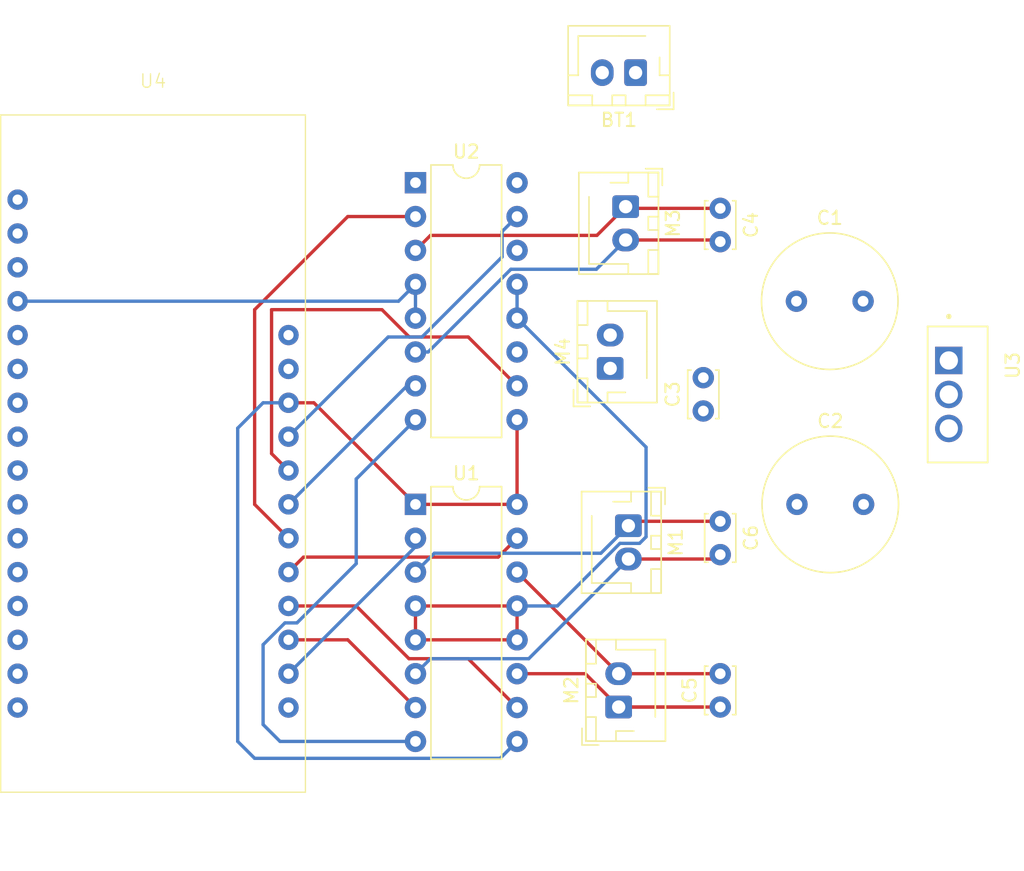
<source format=kicad_pcb>
(kicad_pcb (version 20221018) (generator pcbnew)
  (title_block (title "Robot Nav Cart PCB Design") (date "2024-05-28") (company "UAT.edu") (comment 4 "Matt Prater"))
  (layers (0 "F.Cu" signal) (31 "B.Cu" signal) (34 "B.Paste" user) (35 "F.Paste" user) (36 "B.SilkS" user "B.Silkscreen") (37 "F.SilkS" user "F.Silkscreen") (38 "B.Mask" user) (39 "F.Mask" user) (44 "Edge.Cuts" user))
  (net 0 "")
  (net 1 "Net-(BT1-+)")
  (net 2 "Net-(BT1--)")
  (net 3 "Net-(U1-EN1,2)")
  (net 4 "Net-(M4-+)")
  (net 5 "Net-(M4--)")
  (net 6 "Net-(M3-+)")
  (net 7 "Net-(M3--)")
  (net 8 "Net-(M2-+)")
  (net 9 "Net-(M2--)")
  (net 10 "Net-(M1-+)")
  (net 11 "Net-(M1--)")
  (net 12 "Net-(U1-1A)")
  (net 13 "Net-(U1-2A)")
  (net 14 "Net-(U1-3A)")
  (net 15 "Net-(U1-4A)")
  (net 16 "Net-(U2-1A)")
  (net 17 "Net-(U2-2A)")
  (net 18 "Net-(U2-3A)")
  (net 19 "Net-(U2-4A)")
  (footprint "Capacitor_THT:C_Disc_D3.4mm_W2.1mm_P2.50mm" (layer "F.Cu") (at 148.59 92.71 -90)
    (fp_text reference "C6" (at 1.25 -2.3 90) (layer "F.SilkS"))
    (fp_text value "0.1 uF")
    (fp_line (start -0.57 -1.17) (end -0.57 -0.925) (stroke (width 0.12)) (layer "F.SilkS"))
    (fp_line (start -0.57 -1.17) (end 3.07 -1.17) (stroke (width 0.12)) (layer "F.SilkS"))
    (fp_line (start -0.57 0.925) (end -0.57 1.17) (stroke (width 0.12)) (layer "F.SilkS"))
    (fp_line (start -0.57 1.17) (end 3.07 1.17) (stroke (width 0.12)) (layer "F.SilkS"))
    (fp_line (start 3.07 -1.17) (end 3.07 -0.925) (stroke (width 0.12)) (layer "F.SilkS"))
    (fp_line (start 3.07 0.925) (end 3.07 1.17) (stroke (width 0.12)) (layer "F.SilkS"))
    (pad "1" thru_hole circle (at 0 0 270) (size 1.6 1.6) (drill 0.8) (layers "*.Cu" "*.Mask") (net 10 "Net-(M1-+)"))
    (pad "2" thru_hole circle (at 2.5 0 270) (size 1.6 1.6) (drill 0.8) (layers "*.Cu" "*.Mask") (net 11 "Net-(M1--)"))
  )
  (footprint "Package_DIP:DIP-16_W7.62mm" (layer "F.Cu") (at 125.73 91.44)
    (fp_text reference "U1" (at 3.81 -2.33) (layer "F.SilkS"))
    (fp_text value "L293D Drive motor")
    (fp_line (start 1.16 -1.33) (end 1.16 19.11) (stroke (width 0.12)) (layer "F.SilkS"))
    (fp_line (start 1.16 19.11) (end 6.46 19.11) (stroke (width 0.12)) (layer "F.SilkS"))
    (fp_line (start 2.81 -1.33) (end 1.16 -1.33) (stroke (width 0.12)) (layer "F.SilkS"))
    (fp_line (start 6.46 -1.33) (end 4.81 -1.33) (stroke (width 0.12)) (layer "F.SilkS"))
    (fp_line (start 6.46 19.11) (end 6.46 -1.33) (stroke (width 0.12)) (layer "F.SilkS"))
    (fp_arc (start 4.81 -1.33) (mid 3.81 -0.33) (end 2.81 -1.33) (stroke (width 0.12)) (layer "F.SilkS"))
    (pad "1" thru_hole rect (at 0 0) (size 1.6 1.6) (drill 0.8) (layers "*.Cu" "*.Mask") (net 3 "Net-(U1-EN1,2)"))
    (pad "2" thru_hole oval (at 0 2.54) (size 1.6 1.6) (drill 0.8) (layers "*.Cu" "*.Mask") (net 12 "Net-(U1-1A)"))
    (pad "3" thru_hole oval (at 0 5.08) (size 1.6 1.6) (drill 0.8) (layers "*.Cu" "*.Mask") (net 10 "Net-(M1-+)"))
    (pad "4" thru_hole oval (at 0 7.62) (size 1.6 1.6) (drill 0.8) (layers "*.Cu" "*.Mask") (net 2 "Net-(BT1--)"))
    (pad "5" thru_hole oval (at 0 10.16) (size 1.6 1.6) (drill 0.8) (layers "*.Cu" "*.Mask") (net 2 "Net-(BT1--)"))
    (pad "6" thru_hole oval (at 0 12.7) (size 1.6 1.6) (drill 0.8) (layers "*.Cu" "*.Mask") (net 11 "Net-(M1--)"))
    (pad "7" thru_hole oval (at 0 15.24) (size 1.6 1.6) (drill 0.8) (layers "*.Cu" "*.Mask") (net 13 "Net-(U1-2A)"))
    (pad "8" thru_hole oval (at 0 17.78) (size 1.6 1.6) (drill 0.8) (layers "*.Cu" "*.Mask") (net 1 "Net-(BT1-+)"))
    (pad "9" thru_hole oval (at 7.62 17.78) (size 1.6 1.6) (drill 0.8) (layers "*.Cu" "*.Mask") (net 3 "Net-(U1-EN1,2)"))
    (pad "10" thru_hole oval (at 7.62 15.24) (size 1.6 1.6) (drill 0.8) (layers "*.Cu" "*.Mask") (net 14 "Net-(U1-3A)"))
    (pad "11" thru_hole oval (at 7.62 12.7) (size 1.6 1.6) (drill 0.8) (layers "*.Cu" "*.Mask") (net 8 "Net-(M2-+)"))
    (pad "12" thru_hole oval (at 7.62 10.16) (size 1.6 1.6) (drill 0.8) (layers "*.Cu" "*.Mask") (net 2 "Net-(BT1--)"))
    (pad "13" thru_hole oval (at 7.62 7.62) (size 1.6 1.6) (drill 0.8) (layers "*.Cu" "*.Mask") (net 2 "Net-(BT1--)"))
    (pad "14" thru_hole oval (at 7.62 5.08) (size 1.6 1.6) (drill 0.8) (layers "*.Cu" "*.Mask") (net 9 "Net-(M2--)"))
    (pad "15" thru_hole oval (at 7.62 2.54) (size 1.6 1.6) (drill 0.8) (layers "*.Cu" "*.Mask") (net 15 "Net-(U1-4A)"))
    (pad "16" thru_hole oval (at 7.62 0) (size 1.6 1.6) (drill 0.8) (layers "*.Cu" "*.Mask") (net 3 "Net-(U1-EN1,2)"))
  )
  (footprint "Connector_JST:JST_XH_B2B-XH-AM_1x02_P2.50mm_Vertical" (layer "F.Cu") (at 140.97 106.64 90)
    (fp_text reference "M2" (at 1.25 -3.55 90) (layer "F.SilkS"))
    (fp_text value "right drive")
    (fp_line (start -2.85 -2.75) (end -2.85 -1.5) (stroke (width 0.12)) (layer "F.SilkS"))
    (fp_line (start -2.56 -2.46) (end -2.56 3.51) (stroke (width 0.12)) (layer "F.SilkS"))
    (fp_line (start -2.56 3.51) (end 5.06 3.51) (stroke (width 0.12)) (layer "F.SilkS"))
    (fp_line (start -2.55 -2.45) (end -2.55 -1.7) (stroke (width 0.12)) (layer "F.SilkS"))
    (fp_line (start -2.55 -1.7) (end -0.75 -1.7) (stroke (width 0.12)) (layer "F.SilkS"))
    (fp_line (start -2.55 -0.2) (end -1.8 -0.2) (stroke (width 0.12)) (layer "F.SilkS"))
    (fp_line (start -1.8 -0.2) (end -1.8 1.14) (stroke (width 0.12)) (layer "F.SilkS"))
    (fp_line (start -1.6 -2.75) (end -2.85 -2.75) (stroke (width 0.12)) (layer "F.SilkS"))
    (fp_line (start -0.75 -2.45) (end -2.55 -2.45) (stroke (width 0.12)) (layer "F.SilkS"))
    (fp_line (start -0.75 -1.7) (end -0.75 -2.45) (stroke (width 0.12)) (layer "F.SilkS"))
    (fp_line (start 0.75 -2.45) (end 0.75 -1.7) (stroke (width 0.12)) (layer "F.SilkS"))
    (fp_line (start 0.75 -1.7) (end 1.75 -1.7) (stroke (width 0.12)) (layer "F.SilkS"))
    (fp_line (start 1.25 2.75) (end -0.74 2.75) (stroke (width 0.12)) (layer "F.SilkS"))
    (fp_line (start 1.75 -2.45) (end 0.75 -2.45) (stroke (width 0.12)) (layer "F.SilkS"))
    (fp_line (start 1.75 -1.7) (end 1.75 -2.45) (stroke (width 0.12)) (layer "F.SilkS"))
    (fp_line (start 3.25 -2.45) (end 3.25 -1.7) (stroke (width 0.12)) (layer "F.SilkS"))
    (fp_line (start 3.25 -1.7) (end 5.05 -1.7) (stroke (width 0.12)) (layer "F.SilkS"))
    (fp_line (start 4.3 -0.2) (end 4.3 2.75) (stroke (width 0.12)) (layer "F.SilkS"))
    (fp_line (start 4.3 2.75) (end 1.25 2.75) (stroke (width 0.12)) (layer "F.SilkS"))
    (fp_line (start 5.05 -2.45) (end 3.25 -2.45) (stroke (width 0.12)) (layer "F.SilkS"))
    (fp_line (start 5.05 -1.7) (end 5.05 -2.45) (stroke (width 0.12)) (layer "F.SilkS"))
    (fp_line (start 5.05 -0.2) (end 4.3 -0.2) (stroke (width 0.12)) (layer "F.SilkS"))
    (fp_line (start 5.06 -2.46) (end -2.56 -2.46) (stroke (width 0.12)) (layer "F.SilkS"))
    (fp_line (start 5.06 3.51) (end 5.06 -2.46) (stroke (width 0.12)) (layer "F.SilkS"))
    (pad "" np_thru_hole circle (at -1.6 2 90) (size 1.2 1.2) (drill 1.2) (layers "*.Cu" "*.Mask"))
    (pad "1" thru_hole roundrect (at 0 0 90) (size 1.7 2) (drill 1) (layers "*.Cu" "*.Mask") (roundrect_rratio 0.147059) (net 8 "Net-(M2-+)"))
    (pad "2" thru_hole oval (at 2.5 0 90) (size 1.7 2) (drill 1) (layers "*.Cu" "*.Mask") (net 9 "Net-(M2--)"))
  )
  (footprint "Connector_JST:JST_XH_B2B-XH-AM_1x02_P2.50mm_Vertical" (layer "F.Cu") (at 142.24 59.055 180)
    (fp_text reference "BT1" (at 1.25 -3.55) (layer "F.SilkS"))
    (fp_text value "9V 6-cell battery")
    (fp_line (start -2.85 -2.75) (end -2.85 -1.5) (stroke (width 0.12)) (layer "F.SilkS"))
    (fp_line (start -2.56 -2.46) (end -2.56 3.51) (stroke (width 0.12)) (layer "F.SilkS"))
    (fp_line (start -2.56 3.51) (end 5.06 3.51) (stroke (width 0.12)) (layer "F.SilkS"))
    (fp_line (start -2.55 -2.45) (end -2.55 -1.7) (stroke (width 0.12)) (layer "F.SilkS"))
    (fp_line (start -2.55 -1.7) (end -0.75 -1.7) (stroke (width 0.12)) (layer "F.SilkS"))
    (fp_line (start -2.55 -0.2) (end -1.8 -0.2) (stroke (width 0.12)) (layer "F.SilkS"))
    (fp_line (start -1.8 -0.2) (end -1.8 1.14) (stroke (width 0.12)) (layer "F.SilkS"))
    (fp_line (start -1.6 -2.75) (end -2.85 -2.75) (stroke (width 0.12)) (layer "F.SilkS"))
    (fp_line (start -0.75 -2.45) (end -2.55 -2.45) (stroke (width 0.12)) (layer "F.SilkS"))
    (fp_line (start -0.75 -1.7) (end -0.75 -2.45) (stroke (width 0.12)) (layer "F.SilkS"))
    (fp_line (start 0.75 -2.45) (end 0.75 -1.7) (stroke (width 0.12)) (layer "F.SilkS"))
    (fp_line (start 0.75 -1.7) (end 1.75 -1.7) (stroke (width 0.12)) (layer "F.SilkS"))
    (fp_line (start 1.25 2.75) (end -0.74 2.75) (stroke (width 0.12)) (layer "F.SilkS"))
    (fp_line (start 1.75 -2.45) (end 0.75 -2.45) (stroke (width 0.12)) (layer "F.SilkS"))
    (fp_line (start 1.75 -1.7) (end 1.75 -2.45) (stroke (width 0.12)) (layer "F.SilkS"))
    (fp_line (start 3.25 -2.45) (end 3.25 -1.7) (stroke (width 0.12)) (layer "F.SilkS"))
    (fp_line (start 3.25 -1.7) (end 5.05 -1.7) (stroke (width 0.12)) (layer "F.SilkS"))
    (fp_line (start 4.3 -0.2) (end 4.3 2.75) (stroke (width 0.12)) (layer "F.SilkS"))
    (fp_line (start 4.3 2.75) (end 1.25 2.75) (stroke (width 0.12)) (layer "F.SilkS"))
    (fp_line (start 5.05 -2.45) (end 3.25 -2.45) (stroke (width 0.12)) (layer "F.SilkS"))
    (fp_line (start 5.05 -1.7) (end 5.05 -2.45) (stroke (width 0.12)) (layer "F.SilkS"))
    (fp_line (start 5.05 -0.2) (end 4.3 -0.2) (stroke (width 0.12)) (layer "F.SilkS"))
    (fp_line (start 5.06 -2.46) (end -2.56 -2.46) (stroke (width 0.12)) (layer "F.SilkS"))
    (fp_line (start 5.06 3.51) (end 5.06 -2.46) (stroke (width 0.12)) (layer "F.SilkS"))
    (pad "" np_thru_hole circle (at -1.6 2 180) (size 1.2 1.2) (drill 1.2) (layers "*.Cu" "*.Mask"))
    (pad "1" thru_hole roundrect (at 0 0 180) (size 1.7 2) (drill 1) (layers "*.Cu" "*.Mask") (roundrect_rratio 0.147059) (net 1 "Net-(BT1-+)"))
    (pad "2" thru_hole oval (at 2.5 0 180) (size 1.7 2) (drill 1) (layers "*.Cu" "*.Mask") (net 2 "Net-(BT1--)"))
  )
  (footprint "Connector_JST:JST_XH_B2B-XH-AM_1x02_P2.50mm_Vertical" (layer "F.Cu") (at 141.7 93.04 -90)
    (fp_text reference "M1" (at 1.25 -3.55 90) (layer "F.SilkS"))
    (fp_text value "left drive")
    (fp_line (start -2.85 -2.75) (end -2.85 -1.5) (stroke (width 0.12)) (layer "F.SilkS"))
    (fp_line (start -2.56 -2.46) (end -2.56 3.51) (stroke (width 0.12)) (layer "F.SilkS"))
    (fp_line (start -2.56 3.51) (end 5.06 3.51) (stroke (width 0.12)) (layer "F.SilkS"))
    (fp_line (start -2.55 -2.45) (end -2.55 -1.7) (stroke (width 0.12)) (layer "F.SilkS"))
    (fp_line (start -2.55 -1.7) (end -0.75 -1.7) (stroke (width 0.12)) (layer "F.SilkS"))
    (fp_line (start -2.55 -0.2) (end -1.8 -0.2) (stroke (width 0.12)) (layer "F.SilkS"))
    (fp_line (start -1.8 -0.2) (end -1.8 1.14) (stroke (width 0.12)) (layer "F.SilkS"))
    (fp_line (start -1.6 -2.75) (end -2.85 -2.75) (stroke (width 0.12)) (layer "F.SilkS"))
    (fp_line (start -0.75 -2.45) (end -2.55 -2.45) (stroke (width 0.12)) (layer "F.SilkS"))
    (fp_line (start -0.75 -1.7) (end -0.75 -2.45) (stroke (width 0.12)) (layer "F.SilkS"))
    (fp_line (start 0.75 -2.45) (end 0.75 -1.7) (stroke (width 0.12)) (layer "F.SilkS"))
    (fp_line (start 0.75 -1.7) (end 1.75 -1.7) (stroke (width 0.12)) (layer "F.SilkS"))
    (fp_line (start 1.25 2.75) (end -0.74 2.75) (stroke (width 0.12)) (layer "F.SilkS"))
    (fp_line (start 1.75 -2.45) (end 0.75 -2.45) (stroke (width 0.12)) (layer "F.SilkS"))
    (fp_line (start 1.75 -1.7) (end 1.75 -2.45) (stroke (width 0.12)) (layer "F.SilkS"))
    (fp_line (start 3.25 -2.45) (end 3.25 -1.7) (stroke (width 0.12)) (layer "F.SilkS"))
    (fp_line (start 3.25 -1.7) (end 5.05 -1.7) (stroke (width 0.12)) (layer "F.SilkS"))
    (fp_line (start 4.3 -0.2) (end 4.3 2.75) (stroke (width 0.12)) (layer "F.SilkS"))
    (fp_line (start 4.3 2.75) (end 1.25 2.75) (stroke (width 0.12)) (layer "F.SilkS"))
    (fp_line (start 5.05 -2.45) (end 3.25 -2.45) (stroke (width 0.12)) (layer "F.SilkS"))
    (fp_line (start 5.05 -1.7) (end 5.05 -2.45) (stroke (width 0.12)) (layer "F.SilkS"))
    (fp_line (start 5.05 -0.2) (end 4.3 -0.2) (stroke (width 0.12)) (layer "F.SilkS"))
    (fp_line (start 5.06 -2.46) (end -2.56 -2.46) (stroke (width 0.12)) (layer "F.SilkS"))
    (fp_line (start 5.06 3.51) (end 5.06 -2.46) (stroke (width 0.12)) (layer "F.SilkS"))
    (pad "" np_thru_hole circle (at -1.6 2 270) (size 1.2 1.2) (drill 1.2) (layers "*.Cu" "*.Mask"))
    (pad "1" thru_hole roundrect (at 0 0 270) (size 1.7 2) (drill 1) (layers "*.Cu" "*.Mask") (roundrect_rratio 0.147059) (net 10 "Net-(M1-+)"))
    (pad "2" thru_hole oval (at 2.5 0 270) (size 1.7 2) (drill 1) (layers "*.Cu" "*.Mask") (net 11 "Net-(M1--)"))
  )
  (footprint "particle:Argon" (layer "F.Cu") (at 106.045 87.63)
    (fp_text reference "U4" (at 0 -27.94 unlocked) (layer "F.SilkS") (effects (font (thickness 0.1))))
    (fp_text value "~")
    (fp_line (start -11.43 -25.4) (end -11.43 25.4) (stroke (width 0.1)) (layer "F.SilkS"))
    (fp_line (start -11.43 25.4) (end 11.43 25.4) (stroke (width 0.1)) (layer "F.SilkS"))
    (fp_line (start 11.43 -25.4) (end -11.43 -25.4) (stroke (width 0.1)) (layer "F.SilkS"))
    (fp_line (start 11.43 25.4) (end 11.43 -25.4) (stroke (width 0.1)) (layer "F.SilkS"))
    (pad "1" thru_hole circle (at -10.16 -19.05) (size 1.524 1.524) (drill 0.762) (layers "*.Cu" "*.Mask"))
    (pad "2" thru_hole circle (at -10.16 -16.51) (size 1.524 1.524) (drill 0.762) (layers "*.Cu" "*.Mask"))
    (pad "3" thru_hole circle (at -10.16 -13.97) (size 1.524 1.524) (drill 0.762) (layers "*.Cu" "*.Mask"))
    (pad "4" thru_hole circle (at -10.16 -11.43) (size 1.524 1.524) (drill 0.762) (layers "*.Cu" "*.Mask") (net 2 "Net-(BT1--)"))
    (pad "5" thru_hole circle (at -10.16 -8.89) (size 1.524 1.524) (drill 0.762) (layers "*.Cu" "*.Mask"))
    (pad "6" thru_hole circle (at -10.16 -6.35) (size 1.524 1.524) (drill 0.762) (layers "*.Cu" "*.Mask"))
    (pad "7" thru_hole circle (at -10.16 -3.81) (size 1.524 1.524) (drill 0.762) (layers "*.Cu" "*.Mask"))
    (pad "8" thru_hole circle (at -10.16 -1.27) (size 1.524 1.524) (drill 0.762) (layers "*.Cu" "*.Mask"))
    (pad "9" thru_hole circle (at -10.16 1.27) (size 1.524 1.524) (drill 0.762) (layers "*.Cu" "*.Mask"))
    (pad "10" thru_hole circle (at -10.16 3.81) (size 1.524 1.524) (drill 0.762) (layers "*.Cu" "*.Mask"))
    (pad "11" thru_hole circle (at -10.16 6.35) (size 1.524 1.524) (drill 0.762) (layers "*.Cu" "*.Mask"))
    (pad "12" thru_hole circle (at -10.16 8.89) (size 1.524 1.524) (drill 0.762) (layers "*.Cu" "*.Mask"))
    (pad "13" thru_hole circle (at -10.16 11.43) (size 1.524 1.524) (drill 0.762) (layers "*.Cu" "*.Mask"))
    (pad "14" thru_hole circle (at -10.16 13.97) (size 1.524 1.524) (drill 0.762) (layers "*.Cu" "*.Mask"))
    (pad "15" thru_hole circle (at -10.16 16.51) (size 1.524 1.524) (drill 0.762) (layers "*.Cu" "*.Mask"))
    (pad "16" thru_hole circle (at -10.16 19.05) (size 1.524 1.524) (drill 0.762) (layers "*.Cu" "*.Mask"))
    (pad "17" thru_hole circle (at 10.16 19.05) (size 1.524 1.524) (drill 0.762) (layers "*.Cu" "*.Mask"))
    (pad "18" thru_hole circle (at 10.16 16.51) (size 1.524 1.524) (drill 0.762) (layers "*.Cu" "*.Mask") (net 12 "Net-(U1-1A)"))
    (pad "19" thru_hole circle (at 10.16 13.97) (size 1.524 1.524) (drill 0.762) (layers "*.Cu" "*.Mask") (net 13 "Net-(U1-2A)"))
    (pad "20" thru_hole circle (at 10.16 11.43) (size 1.524 1.524) (drill 0.762) (layers "*.Cu" "*.Mask") (net 14 "Net-(U1-3A)"))
    (pad "21" thru_hole circle (at 10.16 8.89) (size 1.524 1.524) (drill 0.762) (layers "*.Cu" "*.Mask") (net 15 "Net-(U1-4A)"))
    (pad "22" thru_hole circle (at 10.16 6.35) (size 1.524 1.524) (drill 0.762) (layers "*.Cu" "*.Mask") (net 16 "Net-(U2-1A)"))
    (pad "23" thru_hole circle (at 10.16 3.81) (size 1.524 1.524) (drill 0.762) (layers "*.Cu" "*.Mask") (net 17 "Net-(U2-2A)"))
    (pad "24" thru_hole circle (at 10.16 1.27) (size 1.524 1.524) (drill 0.762) (layers "*.Cu" "*.Mask") (net 18 "Net-(U2-3A)"))
    (pad "25" thru_hole circle (at 10.16 -1.27) (size 1.524 1.524) (drill 0.762) (layers "*.Cu" "*.Mask") (net 19 "Net-(U2-4A)"))
    (pad "26" thru_hole circle (at 10.16 -3.81) (size 1.524 1.524) (drill 0.762) (layers "*.Cu" "*.Mask") (net 3 "Net-(U1-EN1,2)"))
    (pad "27" thru_hole circle (at 10.16 -6.35) (size 1.524 1.524) (drill 0.762) (layers "*.Cu" "*.Mask"))
    (pad "28" thru_hole circle (at 10.16 -8.89) (size 1.524 1.524) (drill 0.762) (layers "*.Cu" "*.Mask"))
  )
  (footprint "Capacitor_THT:C_Radial_D10.0mm_H12.5mm_P5.00mm" (layer "F.Cu") (at 154.345 91.44)
    (fp_text reference "C2" (at 2.5 -6.25) (layer "F.SilkS"))
    (fp_text value "C_Polarized_Small_US")
    (fp_circle (center 2.5 0) (end 7.62 0) (stroke (width 0.12)) (fill none) (layer "F.SilkS"))
    (pad "1" thru_hole circle (at 0 0) (size 1.6 1.6) (drill 0.8) (layers "*.Cu" "*.Mask") (net 3 "Net-(U1-EN1,2)"))
    (pad "2" thru_hole circle (at 5 0) (size 1.6 1.6) (drill 0.8) (layers "*.Cu" "*.Mask") (net 2 "Net-(BT1--)"))
  )
  (footprint "Connector_JST:JST_XH_B2B-XH-AM_1x02_P2.50mm_Vertical" (layer "F.Cu") (at 141.495 69.108 -90)
    (fp_text reference "M3" (at 1.25 -3.55 90) (layer "F.SilkS"))
    (fp_text value "aux 1")
    (fp_line (start -2.85 -2.75) (end -2.85 -1.5) (stroke (width 0.12)) (layer "F.SilkS"))
    (fp_line (start -2.56 -2.46) (end -2.56 3.51) (stroke (width 0.12)) (layer "F.SilkS"))
    (fp_line (start -2.56 3.51) (end 5.06 3.51) (stroke (width 0.12)) (layer "F.SilkS"))
    (fp_line (start -2.55 -2.45) (end -2.55 -1.7) (stroke (width 0.12)) (layer "F.SilkS"))
    (fp_line (start -2.55 -1.7) (end -0.75 -1.7) (stroke (width 0.12)) (layer "F.SilkS"))
    (fp_line (start -2.55 -0.2) (end -1.8 -0.2) (stroke (width 0.12)) (layer "F.SilkS"))
    (fp_line (start -1.8 -0.2) (end -1.8 1.14) (stroke (width 0.12)) (layer "F.SilkS"))
    (fp_line (start -1.6 -2.75) (end -2.85 -2.75) (stroke (width 0.12)) (layer "F.SilkS"))
    (fp_line (start -0.75 -2.45) (end -2.55 -2.45) (stroke (width 0.12)) (layer "F.SilkS"))
    (fp_line (start -0.75 -1.7) (end -0.75 -2.45) (stroke (width 0.12)) (layer "F.SilkS"))
    (fp_line (start 0.75 -2.45) (end 0.75 -1.7) (stroke (width 0.12)) (layer "F.SilkS"))
    (fp_line (start 0.75 -1.7) (end 1.75 -1.7) (stroke (width 0.12)) (layer "F.SilkS"))
    (fp_line (start 1.25 2.75) (end -0.74 2.75) (stroke (width 0.12)) (layer "F.SilkS"))
    (fp_line (start 1.75 -2.45) (end 0.75 -2.45) (stroke (width 0.12)) (layer "F.SilkS"))
    (fp_line (start 1.75 -1.7) (end 1.75 -2.45) (stroke (width 0.12)) (layer "F.SilkS"))
    (fp_line (start 3.25 -2.45) (end 3.25 -1.7) (stroke (width 0.12)) (layer "F.SilkS"))
    (fp_line (start 3.25 -1.7) (end 5.05 -1.7) (stroke (width 0.12)) (layer "F.SilkS"))
    (fp_line (start 4.3 -0.2) (end 4.3 2.75) (stroke (width 0.12)) (layer "F.SilkS"))
    (fp_line (start 4.3 2.75) (end 1.25 2.75) (stroke (width 0.12)) (layer "F.SilkS"))
    (fp_line (start 5.05 -2.45) (end 3.25 -2.45) (stroke (width 0.12)) (layer "F.SilkS"))
    (fp_line (start 5.05 -1.7) (end 5.05 -2.45) (stroke (width 0.12)) (layer "F.SilkS"))
    (fp_line (start 5.05 -0.2) (end 4.3 -0.2) (stroke (width 0.12)) (layer "F.SilkS"))
    (fp_line (start 5.06 -2.46) (end -2.56 -2.46) (stroke (width 0.12)) (layer "F.SilkS"))
    (fp_line (start 5.06 3.51) (end 5.06 -2.46) (stroke (width 0.12)) (layer "F.SilkS"))
    (pad "" np_thru_hole circle (at -1.6 2 270) (size 1.2 1.2) (drill 1.2) (layers "*.Cu" "*.Mask"))
    (pad "1" thru_hole roundrect (at 0 0 270) (size 1.7 2) (drill 1) (layers "*.Cu" "*.Mask") (roundrect_rratio 0.147059) (net 6 "Net-(M3-+)"))
    (pad "2" thru_hole oval (at 2.5 0 270) (size 1.7 2) (drill 1) (layers "*.Cu" "*.Mask") (net 7 "Net-(M3--)"))
  )
  (footprint "Package_DIP:DIP-16_W7.62mm" (layer "F.Cu") (at 125.73 67.31)
    (fp_text reference "U2" (at 3.81 -2.33) (layer "F.SilkS"))
    (fp_text value "L293D aux motor")
    (fp_line (start 1.16 -1.33) (end 1.16 19.11) (stroke (width 0.12)) (layer "F.SilkS"))
    (fp_line (start 1.16 19.11) (end 6.46 19.11) (stroke (width 0.12)) (layer "F.SilkS"))
    (fp_line (start 2.81 -1.33) (end 1.16 -1.33) (stroke (width 0.12)) (layer "F.SilkS"))
    (fp_line (start 6.46 -1.33) (end 4.81 -1.33) (stroke (width 0.12)) (layer "F.SilkS"))
    (fp_line (start 6.46 19.11) (end 6.46 -1.33) (stroke (width 0.12)) (layer "F.SilkS"))
    (fp_arc (start 4.81 -1.33) (mid 3.81 -0.33) (end 2.81 -1.33) (stroke (width 0.12)) (layer "F.SilkS"))
    (pad "1" thru_hole rect (at 0 0) (size 1.6 1.6) (drill 0.8) (layers "*.Cu" "*.Mask") (net 3 "Net-(U1-EN1,2)"))
    (pad "2" thru_hole oval (at 0 2.54) (size 1.6 1.6) (drill 0.8) (layers "*.Cu" "*.Mask") (net 16 "Net-(U2-1A)"))
    (pad "3" thru_hole oval (at 0 5.08) (size 1.6 1.6) (drill 0.8) (layers "*.Cu" "*.Mask") (net 6 "Net-(M3-+)"))
    (pad "4" thru_hole oval (at 0 7.62) (size 1.6 1.6) (drill 0.8) (layers "*.Cu" "*.Mask") (net 2 "Net-(BT1--)"))
    (pad "5" thru_hole oval (at 0 10.16) (size 1.6 1.6) (drill 0.8) (layers "*.Cu" "*.Mask") (net 2 "Net-(BT1--)"))
    (pad "6" thru_hole oval (at 0 12.7) (size 1.6 1.6) (drill 0.8) (layers "*.Cu" "*.Mask") (net 7 "Net-(M3--)"))
    (pad "7" thru_hole oval (at 0 15.24) (size 1.6 1.6) (drill 0.8) (layers "*.Cu" "*.Mask") (net 17 "Net-(U2-2A)"))
    (pad "8" thru_hole oval (at 0 17.78) (size 1.6 1.6) (drill 0.8) (layers "*.Cu" "*.Mask") (net 1 "Net-(BT1-+)"))
    (pad "9" thru_hole oval (at 7.62 17.78) (size 1.6 1.6) (drill 0.8) (layers "*.Cu" "*.Mask") (net 3 "Net-(U1-EN1,2)"))
    (pad "10" thru_hole oval (at 7.62 15.24) (size 1.6 1.6) (drill 0.8) (layers "*.Cu" "*.Mask") (net 18 "Net-(U2-3A)"))
    (pad "11" thru_hole oval (at 7.62 12.7) (size 1.6 1.6) (drill 0.8) (layers "*.Cu" "*.Mask") (net 4 "Net-(M4-+)"))
    (pad "12" thru_hole oval (at 7.62 10.16) (size 1.6 1.6) (drill 0.8) (layers "*.Cu" "*.Mask") (net 2 "Net-(BT1--)"))
    (pad "13" thru_hole oval (at 7.62 7.62) (size 1.6 1.6) (drill 0.8) (layers "*.Cu" "*.Mask") (net 2 "Net-(BT1--)"))
    (pad "14" thru_hole oval (at 7.62 5.08) (size 1.6 1.6) (drill 0.8) (layers "*.Cu" "*.Mask") (net 5 "Net-(M4--)"))
    (pad "15" thru_hole oval (at 7.62 2.54) (size 1.6 1.6) (drill 0.8) (layers "*.Cu" "*.Mask") (net 19 "Net-(U2-4A)"))
    (pad "16" thru_hole oval (at 7.62 0) (size 1.6 1.6) (drill 0.8) (layers "*.Cu" "*.Mask") (net 3 "Net-(U1-EN1,2)"))
  )
  (footprint "Capacitor_THT:C_Disc_D3.4mm_W2.1mm_P2.50mm" (layer "F.Cu") (at 147.32 84.435 90)
    (fp_text reference "C3" (at 1.25 -2.3 90) (layer "F.SilkS"))
    (fp_text value "0.1 uF")
    (fp_line (start -0.57 -1.17) (end -0.57 -0.925) (stroke (width 0.12)) (layer "F.SilkS"))
    (fp_line (start -0.57 -1.17) (end 3.07 -1.17) (stroke (width 0.12)) (layer "F.SilkS"))
    (fp_line (start -0.57 0.925) (end -0.57 1.17) (stroke (width 0.12)) (layer "F.SilkS"))
    (fp_line (start -0.57 1.17) (end 3.07 1.17) (stroke (width 0.12)) (layer "F.SilkS"))
    (fp_line (start 3.07 -1.17) (end 3.07 -0.925) (stroke (width 0.12)) (layer "F.SilkS"))
    (fp_line (start 3.07 0.925) (end 3.07 1.17) (stroke (width 0.12)) (layer "F.SilkS"))
    (pad "1" thru_hole circle (at 0 0 90) (size 1.6 1.6) (drill 0.8) (layers "*.Cu" "*.Mask") (net 4 "Net-(M4-+)"))
    (pad "2" thru_hole circle (at 2.5 0 90) (size 1.6 1.6) (drill 0.8) (layers "*.Cu" "*.Mask") (net 5 "Net-(M4--)"))
  )
  (footprint "L7805:TO255P1020X450X2000-3" (layer "F.Cu") (at 166.3975 83.195 -90)
    (fp_text reference "U3" (at -2.175 -4.135 90) (layer "F.SilkS"))
    (fp_text value "L7805")
    (fp_line (start -5.1 -2.25) (end 5.1 -2.25) (stroke (width 0.127)) (layer "F.SilkS"))
    (fp_line (start -5.1 2.25) (end -5.1 -2.25) (stroke (width 0.127)) (layer "F.SilkS"))
    (fp_line (start 5.1 -2.25) (end 5.1 2.25) (stroke (width 0.127)) (layer "F.SilkS"))
    (fp_line (start 5.1 2.25) (end -5.1 2.25) (stroke (width 0.127)) (layer "F.SilkS"))
    (fp_circle (center -5.85 0.6625) (end -5.75 0.6625) (stroke (width 0.2)) (fill none) (layer "F.SilkS"))
    (pad "1" thru_hole rect (at -2.55 0.6625 270) (size 2.055 2.055) (drill 1.37) (layers "*.Cu" "*.Mask") (net 1 "Net-(BT1-+)"))
    (pad "2" thru_hole circle (at 0 0.6625 270) (size 2.055 2.055) (drill 1.37) (layers "*.Cu" "*.Mask") (net 2 "Net-(BT1--)"))
    (pad "3" thru_hole circle (at 2.55 0.6625 270) (size 2.055 2.055) (drill 1.37) (layers "*.Cu" "*.Mask") (net 3 "Net-(U1-EN1,2)"))
  )
  (footprint "Capacitor_THT:C_Disc_D3.4mm_W2.1mm_P2.50mm" (layer "F.Cu") (at 148.59 69.235 -90)
    (fp_text reference "C4" (at 1.25 -2.3 90) (layer "F.SilkS"))
    (fp_text value "0.1 uF")
    (fp_line (start -0.57 -1.17) (end -0.57 -0.925) (stroke (width 0.12)) (layer "F.SilkS"))
    (fp_line (start -0.57 -1.17) (end 3.07 -1.17) (stroke (width 0.12)) (layer "F.SilkS"))
    (fp_line (start -0.57 0.925) (end -0.57 1.17) (stroke (width 0.12)) (layer "F.SilkS"))
    (fp_line (start -0.57 1.17) (end 3.07 1.17) (stroke (width 0.12)) (layer "F.SilkS"))
    (fp_line (start 3.07 -1.17) (end 3.07 -0.925) (stroke (width 0.12)) (layer "F.SilkS"))
    (fp_line (start 3.07 0.925) (end 3.07 1.17) (stroke (width 0.12)) (layer "F.SilkS"))
    (pad "1" thru_hole circle (at 0 0 270) (size 1.6 1.6) (drill 0.8) (layers "*.Cu" "*.Mask") (net 6 "Net-(M3-+)"))
    (pad "2" thru_hole circle (at 2.5 0 270) (size 1.6 1.6) (drill 0.8) (layers "*.Cu" "*.Mask") (net 7 "Net-(M3--)"))
  )
  (footprint "Capacitor_THT:C_Disc_D3.4mm_W2.1mm_P2.50mm" (layer "F.Cu") (at 148.59 106.64 90)
    (fp_text reference "C5" (at 1.25 -2.3 90) (layer "F.SilkS"))
    (fp_text value "0.1 uF")
    (fp_line (start -0.57 -1.17) (end -0.57 -0.925) (stroke (width 0.12)) (layer "F.SilkS"))
    (fp_line (start -0.57 -1.17) (end 3.07 -1.17) (stroke (width 0.12)) (layer "F.SilkS"))
    (fp_line (start -0.57 0.925) (end -0.57 1.17) (stroke (width 0.12)) (layer "F.SilkS"))
    (fp_line (start -0.57 1.17) (end 3.07 1.17) (stroke (width 0.12)) (layer "F.SilkS"))
    (fp_line (start 3.07 -1.17) (end 3.07 -0.925) (stroke (width 0.12)) (layer "F.SilkS"))
    (fp_line (start 3.07 0.925) (end 3.07 1.17) (stroke (width 0.12)) (layer "F.SilkS"))
    (pad "1" thru_hole circle (at 0 0 90) (size 1.6 1.6) (drill 0.8) (layers "*.Cu" "*.Mask") (net 8 "Net-(M2-+)"))
    (pad "2" thru_hole circle (at 2.5 0 90) (size 1.6 1.6) (drill 0.8) (layers "*.Cu" "*.Mask") (net 9 "Net-(M2--)"))
  )
  (footprint "Capacitor_THT:C_Radial_D10.0mm_H12.5mm_P5.00mm" (layer "F.Cu") (at 154.305 76.2)
    (fp_text reference "C1" (at 2.5 -6.25) (layer "F.SilkS"))
    (fp_text value "100 uF")
    (fp_circle (center 2.5 0) (end 7.62 0) (stroke (width 0.12)) (fill none) (layer "F.SilkS"))
    (pad "1" thru_hole circle (at 0 0) (size 1.6 1.6) (drill 0.8) (layers "*.Cu" "*.Mask") (net 1 "Net-(BT1-+)"))
    (pad "2" thru_hole circle (at 5 0) (size 1.6 1.6) (drill 0.8) (layers "*.Cu" "*.Mask") (net 2 "Net-(BT1--)"))
  )
  (footprint "Connector_JST:JST_XH_B2B-XH-AM_1x02_P2.50mm_Vertical" (layer "F.Cu") (at 140.335 81.24 90)
    (fp_text reference "M4" (at 1.25 -3.55 90) (layer "F.SilkS"))
    (fp_text value "aux 2")
    (fp_line (start -2.85 -2.75) (end -2.85 -1.5) (stroke (width 0.12)) (layer "F.SilkS"))
    (fp_line (start -2.56 -2.46) (end -2.56 3.51) (stroke (width 0.12)) (layer "F.SilkS"))
    (fp_line (start -2.56 3.51) (end 5.06 3.51) (stroke (width 0.12)) (layer "F.SilkS"))
    (fp_line (start -2.55 -2.45) (end -2.55 -1.7) (stroke (width 0.12)) (layer "F.SilkS"))
    (fp_line (start -2.55 -1.7) (end -0.75 -1.7) (stroke (width 0.12)) (layer "F.SilkS"))
    (fp_line (start -2.55 -0.2) (end -1.8 -0.2) (stroke (width 0.12)) (layer "F.SilkS"))
    (fp_line (start -1.8 -0.2) (end -1.8 1.14) (stroke (width 0.12)) (layer "F.SilkS"))
    (fp_line (start -1.6 -2.75) (end -2.85 -2.75) (stroke (width 0.12)) (layer "F.SilkS"))
    (fp_line (start -0.75 -2.45) (end -2.55 -2.45) (stroke (width 0.12)) (layer "F.SilkS"))
    (fp_line (start -0.75 -1.7) (end -0.75 -2.45) (stroke (width 0.12)) (layer "F.SilkS"))
    (fp_line (start 0.75 -2.45) (end 0.75 -1.7) (stroke (width 0.12)) (layer "F.SilkS"))
    (fp_line (start 0.75 -1.7) (end 1.75 -1.7) (stroke (width 0.12)) (layer "F.SilkS"))
    (fp_line (start 1.25 2.75) (end -0.74 2.75) (stroke (width 0.12)) (layer "F.SilkS"))
    (fp_line (start 1.75 -2.45) (end 0.75 -2.45) (stroke (width 0.12)) (layer "F.SilkS"))
    (fp_line (start 1.75 -1.7) (end 1.75 -2.45) (stroke (width 0.12)) (layer "F.SilkS"))
    (fp_line (start 3.25 -2.45) (end 3.25 -1.7) (stroke (width 0.12)) (layer "F.SilkS"))
    (fp_line (start 3.25 -1.7) (end 5.05 -1.7) (stroke (width 0.12)) (layer "F.SilkS"))
    (fp_line (start 4.3 -0.2) (end 4.3 2.75) (stroke (width 0.12)) (layer "F.SilkS"))
    (fp_line (start 4.3 2.75) (end 1.25 2.75) (stroke (width 0.12)) (layer "F.SilkS"))
    (fp_line (start 5.05 -2.45) (end 3.25 -2.45) (stroke (width 0.12)) (layer "F.SilkS"))
    (fp_line (start 5.05 -1.7) (end 5.05 -2.45) (stroke (width 0.12)) (layer "F.SilkS"))
    (fp_line (start 5.05 -0.2) (end 4.3 -0.2) (stroke (width 0.12)) (layer "F.SilkS"))
    (fp_line (start 5.06 -2.46) (end -2.56 -2.46) (stroke (width 0.12)) (layer "F.SilkS"))
    (fp_line (start 5.06 3.51) (end 5.06 -2.46) (stroke (width 0.12)) (layer "F.SilkS"))
    (pad "" np_thru_hole circle (at -1.6 2 90) (size 1.2 1.2) (drill 1.2) (layers "*.Cu" "*.Mask"))
    (pad "1" thru_hole roundrect (at 0 0 90) (size 1.7 2) (drill 1) (layers "*.Cu" "*.Mask") (roundrect_rratio 0.147059) (net 4 "Net-(M4-+)"))
    (pad "2" thru_hole oval (at 2.5 0 90) (size 1.7 2) (drill 1) (layers "*.Cu" "*.Mask") (net 5 "Net-(M4--)"))
  )
  (segment (start 125.73 109.22) (end 115.57 109.22) (width 0.25) (layer "B.Cu") (net 1))
  (segment (start 121.285 95.885) (end 121.285 89.535) (width 0.25) (layer "B.Cu") (net 1))
  (segment (start 115.57 109.22) (end 114.3 107.95) (width 0.25) (layer "B.Cu") (net 1))
  (segment (start 121.285 89.535) (end 125.73 85.09) (width 0.25) (layer "B.Cu") (net 1))
  (segment (start 115.937749 100.33) (end 116.84 100.33) (width 0.25) (layer "B.Cu") (net 1))
  (segment (start 114.3 107.95) (end 114.3 101.967749) (width 0.25) (layer "B.Cu") (net 1))
  (segment (start 114.3 101.967749) (end 115.937749 100.33) (width 0.25) (layer "B.Cu") (net 1))
  (segment (start 116.84 100.33) (end 121.285 95.885) (width 0.25) (layer "B.Cu") (net 1))
  (segment (start 125.73 99.06) (end 133.35 99.06) (width 0.25) (layer "F.Cu") (net 2))
  (segment (start 133.35 101.6) (end 133.35 99.06) (width 0.25) (layer "F.Cu") (net 2))
  (segment (start 125.73 101.6) (end 125.73 99.06) (width 0.25) (layer "F.Cu") (net 2))
  (segment (start 125.73 101.6) (end 133.35 101.6) (width 0.25) (layer "F.Cu") (net 2))
  (segment (start 124.46 76.2) (end 125.73 74.93) (width 0.25) (layer "B.Cu") (net 2))
  (segment (start 143.025 93.878173) (end 142.538173 94.365) (width 0.25) (layer "B.Cu") (net 2))
  (segment (start 133.35 77.47) (end 143.025 87.145) (width 0.25) (layer "B.Cu") (net 2))
  (segment (start 136.368299 99.06) (end 133.35 99.06) (width 0.25) (layer "B.Cu") (net 2))
  (segment (start 95.885 76.2) (end 124.46 76.2) (width 0.25) (layer "B.Cu") (net 2))
  (segment (start 141.063299 94.365) (end 136.368299 99.06) (width 0.25) (layer "B.Cu") (net 2))
  (segment (start 143.025 87.145) (end 143.025 93.878173) (width 0.25) (layer "B.Cu") (net 2))
  (segment (start 125.73 77.47) (end 125.73 74.93) (width 0.25) (layer "B.Cu") (net 2))
  (segment (start 133.35 77.47) (end 133.35 74.93) (width 0.25) (layer "B.Cu") (net 2))
  (segment (start 142.538173 94.365) (end 141.063299 94.365) (width 0.25) (layer "B.Cu") (net 2))
  (segment (start 133.35 85.09) (end 133.35 91.44) (width 0.25) (layer "F.Cu") (net 3))
  (segment (start 118.11 83.82) (end 125.73 91.44) (width 0.25) (layer "F.Cu") (net 3))
  (segment (start 116.205 83.82) (end 118.11 83.82) (width 0.25) (layer "F.Cu") (net 3))
  (segment (start 125.73 91.44) (end 133.35 91.44) (width 0.25) (layer "F.Cu") (net 3))
  (segment (start 133.35 109.22) (end 132.08 110.49) (width 0.25) (layer "B.Cu") (net 3))
  (segment (start 112.395 109.22) (end 112.395 85.725) (width 0.25) (layer "B.Cu") (net 3))
  (segment (start 112.395 85.725) (end 114.3 83.82) (width 0.25) (layer "B.Cu") (net 3))
  (segment (start 113.665 110.49) (end 112.395 109.22) (width 0.25) (layer "B.Cu") (net 3))
  (segment (start 132.08 110.49) (end 113.665 110.49) (width 0.25) (layer "B.Cu") (net 3))
  (segment (start 114.3 83.82) (end 116.205 83.82) (width 0.25) (layer "B.Cu") (net 3))
  (segment (start 126.855 71.265) (end 139.338 71.265) (width 0.25) (layer "F.Cu") (net 6))
  (segment (start 125.73 72.39) (end 126.855 71.265) (width 0.25) (layer "F.Cu") (net 6))
  (segment (start 141.622 69.235) (end 148.59 69.235) (width 0.25) (layer "F.Cu") (net 6))
  (segment (start 139.338 71.265) (end 141.495 69.108) (width 0.25) (layer "F.Cu") (net 6))
  (segment (start 141.495 69.108) (end 141.622 69.235) (width 0.25) (layer "F.Cu") (net 6))
  (segment (start 148.463 71.608) (end 148.59 71.735) (width 0.25) (layer "F.Cu") (net 7))
  (segment (start 141.495 71.608) (end 148.463 71.608) (width 0.25) (layer "F.Cu") (net 7))
  (segment (start 139.298 73.805) (end 132.884009 73.805) (width 0.25) (layer "B.Cu") (net 7))
  (segment (start 132.884009 73.805) (end 126.679009 80.01) (width 0.25) (layer "B.Cu") (net 7))
  (segment (start 141.495 71.608) (end 139.298 73.805) (width 0.25) (layer "B.Cu") (net 7))
  (segment (start 126.679009 80.01) (end 125.73 80.01) (width 0.25) (layer "B.Cu") (net 7))
  (segment (start 140.97 106.64) (end 148.59 106.64) (width 0.25) (layer "F.Cu") (net 8))
  (segment (start 138.47 104.14) (end 140.97 106.64) (width 0.25) (layer "F.Cu") (net 8))
  (segment (start 140.97 106.64) (end 147.28 106.64) (width 0.25) (layer "F.Cu") (net 8))
  (segment (start 133.35 104.14) (end 138.47 104.14) (width 0.25) (layer "F.Cu") (net 8))
  (segment (start 133.35 96.52) (end 140.97 104.14) (width 0.25) (layer "F.Cu") (net 9))
  (segment (start 140.97 104.14) (end 148.59 104.14) (width 0.25) (layer "F.Cu") (net 9))
  (segment (start 141.7 93.04) (end 142.03 92.71) (width 0.25) (layer "F.Cu") (net 10))
  (segment (start 142.03 92.71) (end 148.59 92.71) (width 0.25) (layer "F.Cu") (net 10))
  (segment (start 139.635 95.105) (end 141.7 93.04) (width 0.25) (layer "B.Cu") (net 10))
  (segment (start 125.73 96.52) (end 127.145 95.105) (width 0.25) (layer "B.Cu") (net 10))
  (segment (start 127.145 95.105) (end 139.635 95.105) (width 0.25) (layer "B.Cu") (net 10))
  (segment (start 148.26 95.54) (end 148.59 95.21) (width 0.25) (layer "F.Cu") (net 11))
  (segment (start 141.7 95.54) (end 148.26 95.54) (width 0.25) (layer "F.Cu") (net 11))
  (segment (start 134.225 103.015) (end 141.7 95.54) (width 0.25) (layer "B.Cu") (net 11))
  (segment (start 125.73 104.14) (end 126.855 103.015) (width 0.25) (layer "B.Cu") (net 11))
  (segment (start 126.855 103.015) (end 134.225 103.015) (width 0.25) (layer "B.Cu") (net 11))
  (segment (start 125.73 94.615) (end 125.73 93.98) (width 0.25) (layer "B.Cu") (net 12))
  (segment (start 116.205 104.14) (end 125.73 94.615) (width 0.25) (layer "B.Cu") (net 12))
  (segment (start 120.65 101.6) (end 125.73 106.68) (width 0.25) (layer "F.Cu") (net 13))
  (segment (start 116.205 101.6) (end 120.65 101.6) (width 0.25) (layer "F.Cu") (net 13))
  (segment (start 121.285 99.06) (end 125.24 103.015) (width 0.25) (layer "F.Cu") (net 14))
  (segment (start 129.685 103.015) (end 133.35 106.68) (width 0.25) (layer "F.Cu") (net 14))
  (segment (start 116.205 99.06) (end 121.285 99.06) (width 0.25) (layer "F.Cu") (net 14))
  (segment (start 125.24 103.015) (end 129.685 103.015) (width 0.25) (layer "F.Cu") (net 14))
  (segment (start 117.33 95.395) (end 131.935 95.395) (width 0.25) (layer "F.Cu") (net 15))
  (segment (start 116.205 96.52) (end 117.33 95.395) (width 0.25) (layer "F.Cu") (net 15))
  (segment (start 131.935 95.395) (end 133.35 93.98) (width 0.25) (layer "F.Cu") (net 15))
  (segment (start 116.205 93.98) (end 113.665 91.44) (width 0.25) (layer "F.Cu") (net 16))
  (segment (start 113.665 91.44) (end 113.665 76.835) (width 0.25) (layer "F.Cu") (net 16))
  (segment (start 120.65 69.85) (end 125.73 69.85) (width 0.25) (layer "F.Cu") (net 16))
  (segment (start 113.665 76.835) (end 120.65 69.85) (width 0.25) (layer "F.Cu") (net 16))
  (segment (start 125.095 82.55) (end 125.73 82.55) (width 0.25) (layer "B.Cu") (net 17))
  (segment (start 116.205 91.44) (end 125.095 82.55) (width 0.25) (layer "B.Cu") (net 17))
  (segment (start 114.935 87.63) (end 114.935 76.835) (width 0.25) (layer "F.Cu") (net 18))
  (segment (start 125.264009 78.885) (end 129.685 78.885) (width 0.25) (layer "F.Cu") (net 18))
  (segment (start 114.935 76.835) (end 123.214009 76.835) (width 0.25) (layer "F.Cu") (net 18))
  (segment (start 123.214009 76.835) (end 125.264009 78.885) (width 0.25) (layer "F.Cu") (net 18))
  (segment (start 116.205 88.9) (end 114.935 87.63) (width 0.25) (layer "F.Cu") (net 18))
  (segment (start 129.685 78.885) (end 133.35 82.55) (width 0.25) (layer "F.Cu") (net 18))
  (segment (start 132.225 72.88) (end 132.225 70.975) (width 0.25) (layer "B.Cu") (net 19))
  (segment (start 116.205 86.36) (end 123.68 78.885) (width 0.25) (layer "B.Cu") (net 19))
  (segment (start 132.225 70.975) (end 133.35 69.85) (width 0.25) (layer "B.Cu") (net 19))
  (segment (start 126.22 78.885) (end 132.225 72.88) (width 0.25) (layer "B.Cu") (net 19))
  (segment (start 123.68 78.885) (end 126.22 78.885) (width 0.25) (layer "B.Cu") (net 19))
)
</source>
